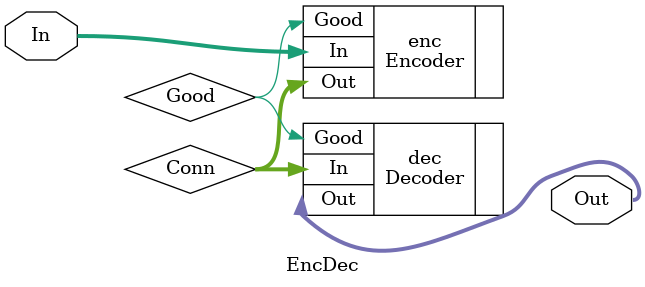
<source format=v>
`timescale 1ns / 1ns


module EncDec (In, Out);

input[7:0] In;
output [7:0] Out;

// declare intermediate 3-bit bus
wire [2:0] Conn;

Encoder enc(.In(In), .Out(Conn), .Good(Good));
Decoder dec(.In(Conn), .Good(Good), .Out(Out));

endmodule
</source>
